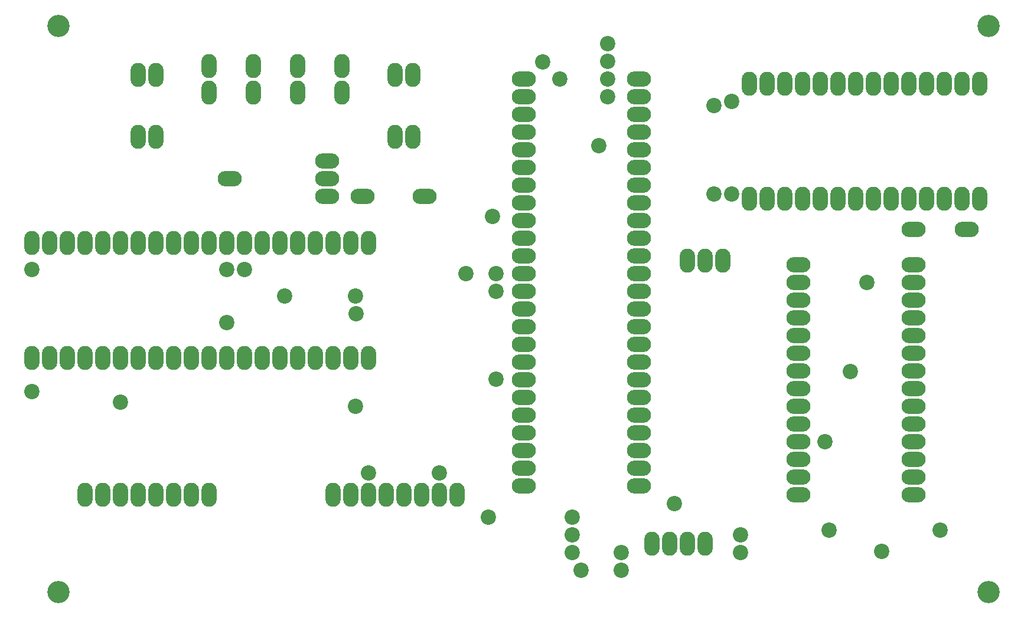
<source format=gbr>
%TF.GenerationSoftware,KiCad,Pcbnew,(5.1.6)-1*%
%TF.CreationDate,2024-05-08T10:03:09-05:00*%
%TF.ProjectId,_prototype_samelcd,5f70726f-746f-4747-9970-655f73616d65,rev?*%
%TF.SameCoordinates,PX2e063a0PY71d9820*%
%TF.FileFunction,Soldermask,Bot*%
%TF.FilePolarity,Negative*%
%FSLAX46Y46*%
G04 Gerber Fmt 4.6, Leading zero omitted, Abs format (unit mm)*
G04 Created by KiCad (PCBNEW (5.1.6)-1) date 2024-05-08 10:03:09*
%MOMM*%
%LPD*%
G01*
G04 APERTURE LIST*
%ADD10C,3.200000*%
%ADD11O,2.200000X3.470000*%
%ADD12O,3.470000X2.200000*%
%ADD13C,2.200000*%
G04 APERTURE END LIST*
D10*
%TO.C,REF\u002A\u002A*%
X10160000Y3810000D03*
%TD*%
%TO.C,REF\u002A\u002A*%
X143510000Y3810000D03*
%TD*%
%TO.C,REF\u002A\u002A*%
X143510000Y85090000D03*
%TD*%
%TO.C,REF\u002A\u002A*%
X10160000Y85090000D03*
%TD*%
D11*
%TO.C,D1*%
X50800000Y79375000D03*
X50800000Y75565000D03*
%TD*%
%TO.C,D2*%
X44450000Y79375000D03*
X44450000Y75565000D03*
%TD*%
%TO.C,D3*%
X31750000Y79375000D03*
X31750000Y75565000D03*
%TD*%
%TO.C,D4*%
X38100000Y79375000D03*
X38100000Y75565000D03*
%TD*%
%TO.C,J1*%
X49530000Y17780000D03*
X52070000Y17780000D03*
X54610000Y17780000D03*
X57150000Y17780000D03*
X59690000Y17780000D03*
X62230000Y17780000D03*
X64770000Y17780000D03*
X67310000Y17780000D03*
%TD*%
%TO.C,J2*%
X31750000Y17780000D03*
X29210000Y17780000D03*
X26670000Y17780000D03*
X24130000Y17780000D03*
X21590000Y17780000D03*
X19050000Y17780000D03*
X16510000Y17780000D03*
X13970000Y17780000D03*
%TD*%
%TO.C,J3*%
X95250000Y10795000D03*
X97790000Y10795000D03*
X100330000Y10795000D03*
X102870000Y10795000D03*
%TD*%
%TO.C,J6*%
X54610000Y37465000D03*
X52070000Y37465000D03*
X49530000Y37465000D03*
X46990000Y37465000D03*
X44450000Y37465000D03*
X41910000Y37465000D03*
X39370000Y37465000D03*
X36830000Y37465000D03*
X34290000Y37465000D03*
X31750000Y37465000D03*
X29210000Y37465000D03*
X26670000Y37465000D03*
X24130000Y37465000D03*
X21590000Y37465000D03*
X19050000Y37465000D03*
X16510000Y37465000D03*
X13970000Y37465000D03*
X11430000Y37465000D03*
X8890000Y37465000D03*
X6350000Y37465000D03*
%TD*%
%TO.C,J7*%
X54610000Y53975000D03*
X52070000Y53975000D03*
X49530000Y53975000D03*
X46990000Y53975000D03*
X44450000Y53975000D03*
X41910000Y53975000D03*
X39370000Y53975000D03*
X36830000Y53975000D03*
X34290000Y53975000D03*
X31750000Y53975000D03*
X29210000Y53975000D03*
X26670000Y53975000D03*
X24130000Y53975000D03*
X21590000Y53975000D03*
X19050000Y53975000D03*
X16510000Y53975000D03*
X13970000Y53975000D03*
X11430000Y53975000D03*
X8890000Y53975000D03*
X6350000Y53975000D03*
%TD*%
D12*
%TO.C,U2*%
X93345000Y77470000D03*
X93345000Y74930000D03*
X93345000Y72390000D03*
X93345000Y69850000D03*
X93345000Y67310000D03*
X93345000Y64770000D03*
X93345000Y62230000D03*
X93345000Y59690000D03*
X93345000Y57150000D03*
X93345000Y54610000D03*
X93345000Y52070000D03*
X93345000Y49530000D03*
X93345000Y46990000D03*
X93345000Y44450000D03*
X76835000Y77470000D03*
X76835000Y74930000D03*
X76835000Y72390000D03*
X76835000Y69850000D03*
X76835000Y67310000D03*
X76835000Y64770000D03*
X76835000Y62230000D03*
X76835000Y59690000D03*
X76835000Y57150000D03*
X76835000Y54610000D03*
X76835000Y52070000D03*
X76835000Y49530000D03*
X76835000Y46990000D03*
X93345000Y41910000D03*
X93345000Y39370000D03*
X93345000Y36830000D03*
X93345000Y34290000D03*
X93345000Y31750000D03*
X93345000Y29210000D03*
X93345000Y26670000D03*
X93345000Y24130000D03*
X93345000Y21590000D03*
X93345000Y19050000D03*
X76835000Y19050000D03*
X76835000Y21590000D03*
X76835000Y24130000D03*
X76835000Y26670000D03*
X76835000Y44450000D03*
X76835000Y41910000D03*
X76835000Y39370000D03*
X76835000Y29210000D03*
X76835000Y31750000D03*
X76835000Y34290000D03*
X76835000Y36830000D03*
%TD*%
%TO.C,U3*%
X132715000Y17780000D03*
X132715000Y20320000D03*
X132715000Y22860000D03*
X132715000Y25400000D03*
X132715000Y27940000D03*
X132715000Y30480000D03*
X132715000Y33020000D03*
X132715000Y35560000D03*
X132715000Y38100000D03*
X132715000Y40640000D03*
X132715000Y43180000D03*
X132715000Y45720000D03*
X132715000Y48260000D03*
X132715000Y50800000D03*
X116205000Y50800000D03*
X116205000Y48260000D03*
X116205000Y45720000D03*
X116205000Y43180000D03*
X116205000Y40640000D03*
X116205000Y38100000D03*
X116205000Y35560000D03*
X116205000Y33020000D03*
X116205000Y30480000D03*
X116205000Y27940000D03*
X116205000Y25400000D03*
X116205000Y22860000D03*
X116205000Y20320000D03*
X116205000Y17780000D03*
%TD*%
D11*
%TO.C,R1*%
X58420000Y78105000D03*
X58420000Y69215000D03*
%TD*%
%TO.C,R2*%
X60960000Y78105000D03*
X60960000Y69215000D03*
%TD*%
%TO.C,R3*%
X24130000Y69215000D03*
X24130000Y78105000D03*
%TD*%
%TO.C,R4*%
X21590000Y78105000D03*
X21590000Y69215000D03*
%TD*%
D12*
%TO.C,R5*%
X62655000Y60660000D03*
X53765000Y60660000D03*
%TD*%
%TO.C,R6*%
X140335000Y55880000D03*
X132715000Y55880000D03*
%TD*%
%TO.C,Q1*%
X48685000Y60660000D03*
X48685000Y65740000D03*
X48685000Y63200000D03*
%TD*%
%TO.C,J5*%
X34715000Y63200000D03*
%TD*%
D11*
%TO.C,J4*%
X100330000Y51435000D03*
X102870000Y51435000D03*
X105410000Y51435000D03*
%TD*%
%TO.C,U1*%
X109220000Y60325000D03*
X109220000Y76835000D03*
X111760000Y60325000D03*
X114300000Y60325000D03*
X116840000Y60325000D03*
X119380000Y60325000D03*
X121920000Y60325000D03*
X124460000Y60325000D03*
X127000000Y60325000D03*
X129540000Y60325000D03*
X132080000Y60325000D03*
X134620000Y60325000D03*
X137160000Y60325000D03*
X139700000Y60325000D03*
X142240000Y60325000D03*
X111760000Y76835000D03*
X114300000Y76835000D03*
X116840000Y76835000D03*
X119380000Y76835000D03*
X121920000Y76835000D03*
X124460000Y76835000D03*
X127000000Y76835000D03*
X129540000Y76835000D03*
X132080000Y76835000D03*
X134620000Y76835000D03*
X137160000Y76835000D03*
X139700000Y76835000D03*
X142240000Y76835000D03*
%TD*%
D13*
X88900000Y74930000D03*
X87630000Y67945000D03*
X68580000Y49530000D03*
X72834500Y49530000D03*
X72898000Y46990000D03*
X72898000Y34417000D03*
X54610000Y20955000D03*
X64770000Y20955000D03*
X71755000Y14605000D03*
X83820000Y14605000D03*
X36830000Y50165000D03*
X52768500Y43815000D03*
X52705000Y30480000D03*
X19050000Y31115000D03*
X34290000Y42545000D03*
X34290000Y50165000D03*
X6350000Y50165000D03*
X6350000Y32615816D03*
X107950000Y12065000D03*
X136525000Y12700000D03*
X120015000Y25400000D03*
X90805000Y6985000D03*
X120650000Y12700000D03*
X85090000Y6985000D03*
X83820000Y12065000D03*
X98425000Y16510000D03*
X88900000Y82550000D03*
X72390000Y57785000D03*
X42545000Y46355000D03*
X52705000Y46355000D03*
X90805000Y9525000D03*
X128140008Y9654992D03*
X107950000Y9525000D03*
X83820000Y9525000D03*
X126040050Y48260000D03*
X123711231Y35446231D03*
X106680000Y60960000D03*
X106680000Y74295000D03*
X104140000Y60960000D03*
X104140000Y73660000D03*
X88900000Y80010000D03*
X79520010Y79964510D03*
X88900000Y77470000D03*
X82042000Y77470000D03*
M02*

</source>
